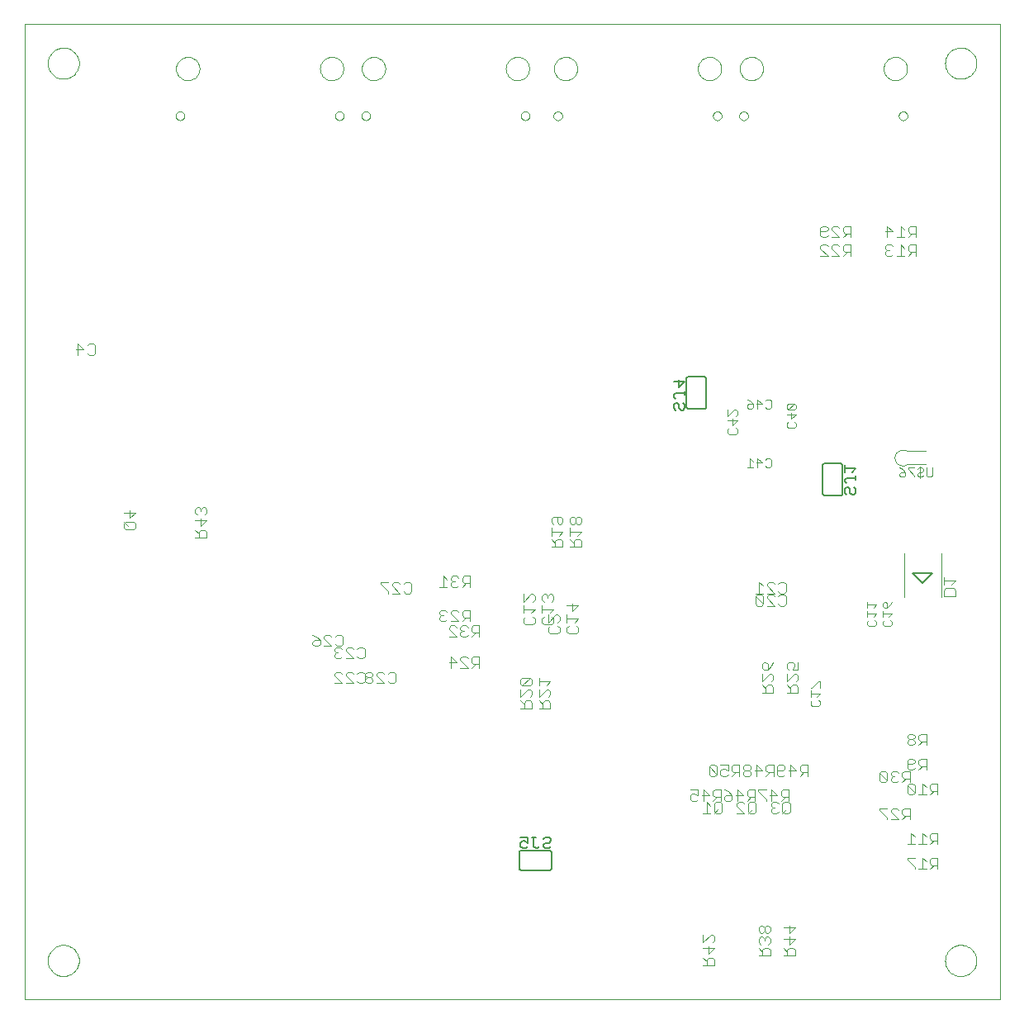
<source format=gbo>
G75*
G70*
%OFA0B0*%
%FSLAX24Y24*%
%IPPOS*%
%LPD*%
%AMOC8*
5,1,8,0,0,1.08239X$1,22.5*
%
%ADD10C,0.0000*%
%ADD11C,0.0030*%
%ADD12C,0.0040*%
%ADD13C,0.0039*%
%ADD14C,0.0060*%
%ADD15C,0.0050*%
%ADD16C,0.0080*%
D10*
X000950Y000139D02*
X000950Y039509D01*
X040320Y039509D01*
X040320Y000139D01*
X000950Y000139D01*
X001894Y001714D02*
X001896Y001764D01*
X001902Y001814D01*
X001912Y001863D01*
X001926Y001911D01*
X001943Y001958D01*
X001964Y002003D01*
X001989Y002047D01*
X002017Y002088D01*
X002049Y002127D01*
X002083Y002164D01*
X002120Y002198D01*
X002160Y002228D01*
X002202Y002255D01*
X002246Y002279D01*
X002292Y002300D01*
X002339Y002316D01*
X002387Y002329D01*
X002437Y002338D01*
X002486Y002343D01*
X002537Y002344D01*
X002587Y002341D01*
X002636Y002334D01*
X002685Y002323D01*
X002733Y002308D01*
X002779Y002290D01*
X002824Y002268D01*
X002867Y002242D01*
X002908Y002213D01*
X002947Y002181D01*
X002983Y002146D01*
X003015Y002108D01*
X003045Y002068D01*
X003072Y002025D01*
X003095Y001981D01*
X003114Y001935D01*
X003130Y001887D01*
X003142Y001838D01*
X003150Y001789D01*
X003154Y001739D01*
X003154Y001689D01*
X003150Y001639D01*
X003142Y001590D01*
X003130Y001541D01*
X003114Y001493D01*
X003095Y001447D01*
X003072Y001403D01*
X003045Y001360D01*
X003015Y001320D01*
X002983Y001282D01*
X002947Y001247D01*
X002908Y001215D01*
X002867Y001186D01*
X002824Y001160D01*
X002779Y001138D01*
X002733Y001120D01*
X002685Y001105D01*
X002636Y001094D01*
X002587Y001087D01*
X002537Y001084D01*
X002486Y001085D01*
X002437Y001090D01*
X002387Y001099D01*
X002339Y001112D01*
X002292Y001128D01*
X002246Y001149D01*
X002202Y001173D01*
X002160Y001200D01*
X002120Y001230D01*
X002083Y001264D01*
X002049Y001301D01*
X002017Y001340D01*
X001989Y001381D01*
X001964Y001425D01*
X001943Y001470D01*
X001926Y001517D01*
X001912Y001565D01*
X001902Y001614D01*
X001896Y001664D01*
X001894Y001714D01*
X007054Y035813D02*
X007056Y035839D01*
X007062Y035865D01*
X007072Y035890D01*
X007085Y035913D01*
X007101Y035933D01*
X007121Y035951D01*
X007143Y035966D01*
X007166Y035978D01*
X007192Y035986D01*
X007218Y035990D01*
X007244Y035990D01*
X007270Y035986D01*
X007296Y035978D01*
X007320Y035966D01*
X007341Y035951D01*
X007361Y035933D01*
X007377Y035913D01*
X007390Y035890D01*
X007400Y035865D01*
X007406Y035839D01*
X007408Y035813D01*
X007406Y035787D01*
X007400Y035761D01*
X007390Y035736D01*
X007377Y035713D01*
X007361Y035693D01*
X007341Y035675D01*
X007319Y035660D01*
X007296Y035648D01*
X007270Y035640D01*
X007244Y035636D01*
X007218Y035636D01*
X007192Y035640D01*
X007166Y035648D01*
X007142Y035660D01*
X007121Y035675D01*
X007101Y035693D01*
X007085Y035713D01*
X007072Y035736D01*
X007062Y035761D01*
X007056Y035787D01*
X007054Y035813D01*
X007074Y037718D02*
X007076Y037761D01*
X007082Y037803D01*
X007092Y037845D01*
X007105Y037886D01*
X007122Y037926D01*
X007143Y037963D01*
X007167Y037999D01*
X007194Y038032D01*
X007224Y038063D01*
X007257Y038091D01*
X007292Y038116D01*
X007329Y038137D01*
X007368Y038155D01*
X007408Y038169D01*
X007450Y038180D01*
X007492Y038187D01*
X007535Y038190D01*
X007578Y038189D01*
X007621Y038184D01*
X007663Y038175D01*
X007704Y038163D01*
X007744Y038147D01*
X007782Y038127D01*
X007818Y038104D01*
X007852Y038077D01*
X007884Y038048D01*
X007912Y038016D01*
X007938Y037981D01*
X007960Y037945D01*
X007979Y037906D01*
X007994Y037866D01*
X008006Y037825D01*
X008014Y037782D01*
X008018Y037739D01*
X008018Y037697D01*
X008014Y037654D01*
X008006Y037611D01*
X007994Y037570D01*
X007979Y037530D01*
X007960Y037491D01*
X007938Y037455D01*
X007912Y037420D01*
X007884Y037388D01*
X007852Y037359D01*
X007818Y037332D01*
X007782Y037309D01*
X007744Y037289D01*
X007704Y037273D01*
X007663Y037261D01*
X007621Y037252D01*
X007578Y037247D01*
X007535Y037246D01*
X007492Y037249D01*
X007450Y037256D01*
X007408Y037267D01*
X007368Y037281D01*
X007329Y037299D01*
X007292Y037320D01*
X007257Y037345D01*
X007224Y037373D01*
X007194Y037404D01*
X007167Y037437D01*
X007143Y037473D01*
X007122Y037510D01*
X007105Y037550D01*
X007092Y037591D01*
X007082Y037633D01*
X007076Y037675D01*
X007074Y037718D01*
X001894Y037935D02*
X001896Y037985D01*
X001902Y038035D01*
X001912Y038084D01*
X001926Y038132D01*
X001943Y038179D01*
X001964Y038224D01*
X001989Y038268D01*
X002017Y038309D01*
X002049Y038348D01*
X002083Y038385D01*
X002120Y038419D01*
X002160Y038449D01*
X002202Y038476D01*
X002246Y038500D01*
X002292Y038521D01*
X002339Y038537D01*
X002387Y038550D01*
X002437Y038559D01*
X002486Y038564D01*
X002537Y038565D01*
X002587Y038562D01*
X002636Y038555D01*
X002685Y038544D01*
X002733Y038529D01*
X002779Y038511D01*
X002824Y038489D01*
X002867Y038463D01*
X002908Y038434D01*
X002947Y038402D01*
X002983Y038367D01*
X003015Y038329D01*
X003045Y038289D01*
X003072Y038246D01*
X003095Y038202D01*
X003114Y038156D01*
X003130Y038108D01*
X003142Y038059D01*
X003150Y038010D01*
X003154Y037960D01*
X003154Y037910D01*
X003150Y037860D01*
X003142Y037811D01*
X003130Y037762D01*
X003114Y037714D01*
X003095Y037668D01*
X003072Y037624D01*
X003045Y037581D01*
X003015Y037541D01*
X002983Y037503D01*
X002947Y037468D01*
X002908Y037436D01*
X002867Y037407D01*
X002824Y037381D01*
X002779Y037359D01*
X002733Y037341D01*
X002685Y037326D01*
X002636Y037315D01*
X002587Y037308D01*
X002537Y037305D01*
X002486Y037306D01*
X002437Y037311D01*
X002387Y037320D01*
X002339Y037333D01*
X002292Y037349D01*
X002246Y037370D01*
X002202Y037394D01*
X002160Y037421D01*
X002120Y037451D01*
X002083Y037485D01*
X002049Y037522D01*
X002017Y037561D01*
X001989Y037602D01*
X001964Y037646D01*
X001943Y037691D01*
X001926Y037738D01*
X001912Y037786D01*
X001902Y037835D01*
X001896Y037885D01*
X001894Y037935D01*
X012881Y037718D02*
X012883Y037761D01*
X012889Y037803D01*
X012899Y037845D01*
X012912Y037886D01*
X012929Y037926D01*
X012950Y037963D01*
X012974Y037999D01*
X013001Y038032D01*
X013031Y038063D01*
X013064Y038091D01*
X013099Y038116D01*
X013136Y038137D01*
X013175Y038155D01*
X013215Y038169D01*
X013257Y038180D01*
X013299Y038187D01*
X013342Y038190D01*
X013385Y038189D01*
X013428Y038184D01*
X013470Y038175D01*
X013511Y038163D01*
X013551Y038147D01*
X013589Y038127D01*
X013625Y038104D01*
X013659Y038077D01*
X013691Y038048D01*
X013719Y038016D01*
X013745Y037981D01*
X013767Y037945D01*
X013786Y037906D01*
X013801Y037866D01*
X013813Y037825D01*
X013821Y037782D01*
X013825Y037739D01*
X013825Y037697D01*
X013821Y037654D01*
X013813Y037611D01*
X013801Y037570D01*
X013786Y037530D01*
X013767Y037491D01*
X013745Y037455D01*
X013719Y037420D01*
X013691Y037388D01*
X013659Y037359D01*
X013625Y037332D01*
X013589Y037309D01*
X013551Y037289D01*
X013511Y037273D01*
X013470Y037261D01*
X013428Y037252D01*
X013385Y037247D01*
X013342Y037246D01*
X013299Y037249D01*
X013257Y037256D01*
X013215Y037267D01*
X013175Y037281D01*
X013136Y037299D01*
X013099Y037320D01*
X013064Y037345D01*
X013031Y037373D01*
X013001Y037404D01*
X012974Y037437D01*
X012950Y037473D01*
X012929Y037510D01*
X012912Y037550D01*
X012899Y037591D01*
X012889Y037633D01*
X012883Y037675D01*
X012881Y037718D01*
X013491Y035813D02*
X013493Y035839D01*
X013499Y035865D01*
X013509Y035890D01*
X013522Y035913D01*
X013538Y035933D01*
X013558Y035951D01*
X013580Y035966D01*
X013603Y035978D01*
X013629Y035986D01*
X013655Y035990D01*
X013681Y035990D01*
X013707Y035986D01*
X013733Y035978D01*
X013757Y035966D01*
X013778Y035951D01*
X013798Y035933D01*
X013814Y035913D01*
X013827Y035890D01*
X013837Y035865D01*
X013843Y035839D01*
X013845Y035813D01*
X013843Y035787D01*
X013837Y035761D01*
X013827Y035736D01*
X013814Y035713D01*
X013798Y035693D01*
X013778Y035675D01*
X013756Y035660D01*
X013733Y035648D01*
X013707Y035640D01*
X013681Y035636D01*
X013655Y035636D01*
X013629Y035640D01*
X013603Y035648D01*
X013579Y035660D01*
X013558Y035675D01*
X013538Y035693D01*
X013522Y035713D01*
X013509Y035736D01*
X013499Y035761D01*
X013493Y035787D01*
X013491Y035813D01*
X014554Y035813D02*
X014556Y035839D01*
X014562Y035865D01*
X014572Y035890D01*
X014585Y035913D01*
X014601Y035933D01*
X014621Y035951D01*
X014643Y035966D01*
X014666Y035978D01*
X014692Y035986D01*
X014718Y035990D01*
X014744Y035990D01*
X014770Y035986D01*
X014796Y035978D01*
X014820Y035966D01*
X014841Y035951D01*
X014861Y035933D01*
X014877Y035913D01*
X014890Y035890D01*
X014900Y035865D01*
X014906Y035839D01*
X014908Y035813D01*
X014906Y035787D01*
X014900Y035761D01*
X014890Y035736D01*
X014877Y035713D01*
X014861Y035693D01*
X014841Y035675D01*
X014819Y035660D01*
X014796Y035648D01*
X014770Y035640D01*
X014744Y035636D01*
X014718Y035636D01*
X014692Y035640D01*
X014666Y035648D01*
X014642Y035660D01*
X014621Y035675D01*
X014601Y035693D01*
X014585Y035713D01*
X014572Y035736D01*
X014562Y035761D01*
X014556Y035787D01*
X014554Y035813D01*
X014574Y037718D02*
X014576Y037761D01*
X014582Y037803D01*
X014592Y037845D01*
X014605Y037886D01*
X014622Y037926D01*
X014643Y037963D01*
X014667Y037999D01*
X014694Y038032D01*
X014724Y038063D01*
X014757Y038091D01*
X014792Y038116D01*
X014829Y038137D01*
X014868Y038155D01*
X014908Y038169D01*
X014950Y038180D01*
X014992Y038187D01*
X015035Y038190D01*
X015078Y038189D01*
X015121Y038184D01*
X015163Y038175D01*
X015204Y038163D01*
X015244Y038147D01*
X015282Y038127D01*
X015318Y038104D01*
X015352Y038077D01*
X015384Y038048D01*
X015412Y038016D01*
X015438Y037981D01*
X015460Y037945D01*
X015479Y037906D01*
X015494Y037866D01*
X015506Y037825D01*
X015514Y037782D01*
X015518Y037739D01*
X015518Y037697D01*
X015514Y037654D01*
X015506Y037611D01*
X015494Y037570D01*
X015479Y037530D01*
X015460Y037491D01*
X015438Y037455D01*
X015412Y037420D01*
X015384Y037388D01*
X015352Y037359D01*
X015318Y037332D01*
X015282Y037309D01*
X015244Y037289D01*
X015204Y037273D01*
X015163Y037261D01*
X015121Y037252D01*
X015078Y037247D01*
X015035Y037246D01*
X014992Y037249D01*
X014950Y037256D01*
X014908Y037267D01*
X014868Y037281D01*
X014829Y037299D01*
X014792Y037320D01*
X014757Y037345D01*
X014724Y037373D01*
X014694Y037404D01*
X014667Y037437D01*
X014643Y037473D01*
X014622Y037510D01*
X014605Y037550D01*
X014592Y037591D01*
X014582Y037633D01*
X014576Y037675D01*
X014574Y037718D01*
X020381Y037718D02*
X020383Y037761D01*
X020389Y037803D01*
X020399Y037845D01*
X020412Y037886D01*
X020429Y037926D01*
X020450Y037963D01*
X020474Y037999D01*
X020501Y038032D01*
X020531Y038063D01*
X020564Y038091D01*
X020599Y038116D01*
X020636Y038137D01*
X020675Y038155D01*
X020715Y038169D01*
X020757Y038180D01*
X020799Y038187D01*
X020842Y038190D01*
X020885Y038189D01*
X020928Y038184D01*
X020970Y038175D01*
X021011Y038163D01*
X021051Y038147D01*
X021089Y038127D01*
X021125Y038104D01*
X021159Y038077D01*
X021191Y038048D01*
X021219Y038016D01*
X021245Y037981D01*
X021267Y037945D01*
X021286Y037906D01*
X021301Y037866D01*
X021313Y037825D01*
X021321Y037782D01*
X021325Y037739D01*
X021325Y037697D01*
X021321Y037654D01*
X021313Y037611D01*
X021301Y037570D01*
X021286Y037530D01*
X021267Y037491D01*
X021245Y037455D01*
X021219Y037420D01*
X021191Y037388D01*
X021159Y037359D01*
X021125Y037332D01*
X021089Y037309D01*
X021051Y037289D01*
X021011Y037273D01*
X020970Y037261D01*
X020928Y037252D01*
X020885Y037247D01*
X020842Y037246D01*
X020799Y037249D01*
X020757Y037256D01*
X020715Y037267D01*
X020675Y037281D01*
X020636Y037299D01*
X020599Y037320D01*
X020564Y037345D01*
X020531Y037373D01*
X020501Y037404D01*
X020474Y037437D01*
X020450Y037473D01*
X020429Y037510D01*
X020412Y037550D01*
X020399Y037591D01*
X020389Y037633D01*
X020383Y037675D01*
X020381Y037718D01*
X020991Y035813D02*
X020993Y035839D01*
X020999Y035865D01*
X021009Y035890D01*
X021022Y035913D01*
X021038Y035933D01*
X021058Y035951D01*
X021080Y035966D01*
X021103Y035978D01*
X021129Y035986D01*
X021155Y035990D01*
X021181Y035990D01*
X021207Y035986D01*
X021233Y035978D01*
X021257Y035966D01*
X021278Y035951D01*
X021298Y035933D01*
X021314Y035913D01*
X021327Y035890D01*
X021337Y035865D01*
X021343Y035839D01*
X021345Y035813D01*
X021343Y035787D01*
X021337Y035761D01*
X021327Y035736D01*
X021314Y035713D01*
X021298Y035693D01*
X021278Y035675D01*
X021256Y035660D01*
X021233Y035648D01*
X021207Y035640D01*
X021181Y035636D01*
X021155Y035636D01*
X021129Y035640D01*
X021103Y035648D01*
X021079Y035660D01*
X021058Y035675D01*
X021038Y035693D01*
X021022Y035713D01*
X021009Y035736D01*
X020999Y035761D01*
X020993Y035787D01*
X020991Y035813D01*
X022304Y035813D02*
X022306Y035839D01*
X022312Y035865D01*
X022322Y035890D01*
X022335Y035913D01*
X022351Y035933D01*
X022371Y035951D01*
X022393Y035966D01*
X022416Y035978D01*
X022442Y035986D01*
X022468Y035990D01*
X022494Y035990D01*
X022520Y035986D01*
X022546Y035978D01*
X022570Y035966D01*
X022591Y035951D01*
X022611Y035933D01*
X022627Y035913D01*
X022640Y035890D01*
X022650Y035865D01*
X022656Y035839D01*
X022658Y035813D01*
X022656Y035787D01*
X022650Y035761D01*
X022640Y035736D01*
X022627Y035713D01*
X022611Y035693D01*
X022591Y035675D01*
X022569Y035660D01*
X022546Y035648D01*
X022520Y035640D01*
X022494Y035636D01*
X022468Y035636D01*
X022442Y035640D01*
X022416Y035648D01*
X022392Y035660D01*
X022371Y035675D01*
X022351Y035693D01*
X022335Y035713D01*
X022322Y035736D01*
X022312Y035761D01*
X022306Y035787D01*
X022304Y035813D01*
X022324Y037718D02*
X022326Y037761D01*
X022332Y037803D01*
X022342Y037845D01*
X022355Y037886D01*
X022372Y037926D01*
X022393Y037963D01*
X022417Y037999D01*
X022444Y038032D01*
X022474Y038063D01*
X022507Y038091D01*
X022542Y038116D01*
X022579Y038137D01*
X022618Y038155D01*
X022658Y038169D01*
X022700Y038180D01*
X022742Y038187D01*
X022785Y038190D01*
X022828Y038189D01*
X022871Y038184D01*
X022913Y038175D01*
X022954Y038163D01*
X022994Y038147D01*
X023032Y038127D01*
X023068Y038104D01*
X023102Y038077D01*
X023134Y038048D01*
X023162Y038016D01*
X023188Y037981D01*
X023210Y037945D01*
X023229Y037906D01*
X023244Y037866D01*
X023256Y037825D01*
X023264Y037782D01*
X023268Y037739D01*
X023268Y037697D01*
X023264Y037654D01*
X023256Y037611D01*
X023244Y037570D01*
X023229Y037530D01*
X023210Y037491D01*
X023188Y037455D01*
X023162Y037420D01*
X023134Y037388D01*
X023102Y037359D01*
X023068Y037332D01*
X023032Y037309D01*
X022994Y037289D01*
X022954Y037273D01*
X022913Y037261D01*
X022871Y037252D01*
X022828Y037247D01*
X022785Y037246D01*
X022742Y037249D01*
X022700Y037256D01*
X022658Y037267D01*
X022618Y037281D01*
X022579Y037299D01*
X022542Y037320D01*
X022507Y037345D01*
X022474Y037373D01*
X022444Y037404D01*
X022417Y037437D01*
X022393Y037473D01*
X022372Y037510D01*
X022355Y037550D01*
X022342Y037591D01*
X022332Y037633D01*
X022326Y037675D01*
X022324Y037718D01*
X028131Y037718D02*
X028133Y037761D01*
X028139Y037803D01*
X028149Y037845D01*
X028162Y037886D01*
X028179Y037926D01*
X028200Y037963D01*
X028224Y037999D01*
X028251Y038032D01*
X028281Y038063D01*
X028314Y038091D01*
X028349Y038116D01*
X028386Y038137D01*
X028425Y038155D01*
X028465Y038169D01*
X028507Y038180D01*
X028549Y038187D01*
X028592Y038190D01*
X028635Y038189D01*
X028678Y038184D01*
X028720Y038175D01*
X028761Y038163D01*
X028801Y038147D01*
X028839Y038127D01*
X028875Y038104D01*
X028909Y038077D01*
X028941Y038048D01*
X028969Y038016D01*
X028995Y037981D01*
X029017Y037945D01*
X029036Y037906D01*
X029051Y037866D01*
X029063Y037825D01*
X029071Y037782D01*
X029075Y037739D01*
X029075Y037697D01*
X029071Y037654D01*
X029063Y037611D01*
X029051Y037570D01*
X029036Y037530D01*
X029017Y037491D01*
X028995Y037455D01*
X028969Y037420D01*
X028941Y037388D01*
X028909Y037359D01*
X028875Y037332D01*
X028839Y037309D01*
X028801Y037289D01*
X028761Y037273D01*
X028720Y037261D01*
X028678Y037252D01*
X028635Y037247D01*
X028592Y037246D01*
X028549Y037249D01*
X028507Y037256D01*
X028465Y037267D01*
X028425Y037281D01*
X028386Y037299D01*
X028349Y037320D01*
X028314Y037345D01*
X028281Y037373D01*
X028251Y037404D01*
X028224Y037437D01*
X028200Y037473D01*
X028179Y037510D01*
X028162Y037550D01*
X028149Y037591D01*
X028139Y037633D01*
X028133Y037675D01*
X028131Y037718D01*
X028741Y035813D02*
X028743Y035839D01*
X028749Y035865D01*
X028759Y035890D01*
X028772Y035913D01*
X028788Y035933D01*
X028808Y035951D01*
X028830Y035966D01*
X028853Y035978D01*
X028879Y035986D01*
X028905Y035990D01*
X028931Y035990D01*
X028957Y035986D01*
X028983Y035978D01*
X029007Y035966D01*
X029028Y035951D01*
X029048Y035933D01*
X029064Y035913D01*
X029077Y035890D01*
X029087Y035865D01*
X029093Y035839D01*
X029095Y035813D01*
X029093Y035787D01*
X029087Y035761D01*
X029077Y035736D01*
X029064Y035713D01*
X029048Y035693D01*
X029028Y035675D01*
X029006Y035660D01*
X028983Y035648D01*
X028957Y035640D01*
X028931Y035636D01*
X028905Y035636D01*
X028879Y035640D01*
X028853Y035648D01*
X028829Y035660D01*
X028808Y035675D01*
X028788Y035693D01*
X028772Y035713D01*
X028759Y035736D01*
X028749Y035761D01*
X028743Y035787D01*
X028741Y035813D01*
X029804Y035813D02*
X029806Y035839D01*
X029812Y035865D01*
X029822Y035890D01*
X029835Y035913D01*
X029851Y035933D01*
X029871Y035951D01*
X029893Y035966D01*
X029916Y035978D01*
X029942Y035986D01*
X029968Y035990D01*
X029994Y035990D01*
X030020Y035986D01*
X030046Y035978D01*
X030070Y035966D01*
X030091Y035951D01*
X030111Y035933D01*
X030127Y035913D01*
X030140Y035890D01*
X030150Y035865D01*
X030156Y035839D01*
X030158Y035813D01*
X030156Y035787D01*
X030150Y035761D01*
X030140Y035736D01*
X030127Y035713D01*
X030111Y035693D01*
X030091Y035675D01*
X030069Y035660D01*
X030046Y035648D01*
X030020Y035640D01*
X029994Y035636D01*
X029968Y035636D01*
X029942Y035640D01*
X029916Y035648D01*
X029892Y035660D01*
X029871Y035675D01*
X029851Y035693D01*
X029835Y035713D01*
X029822Y035736D01*
X029812Y035761D01*
X029806Y035787D01*
X029804Y035813D01*
X029824Y037718D02*
X029826Y037761D01*
X029832Y037803D01*
X029842Y037845D01*
X029855Y037886D01*
X029872Y037926D01*
X029893Y037963D01*
X029917Y037999D01*
X029944Y038032D01*
X029974Y038063D01*
X030007Y038091D01*
X030042Y038116D01*
X030079Y038137D01*
X030118Y038155D01*
X030158Y038169D01*
X030200Y038180D01*
X030242Y038187D01*
X030285Y038190D01*
X030328Y038189D01*
X030371Y038184D01*
X030413Y038175D01*
X030454Y038163D01*
X030494Y038147D01*
X030532Y038127D01*
X030568Y038104D01*
X030602Y038077D01*
X030634Y038048D01*
X030662Y038016D01*
X030688Y037981D01*
X030710Y037945D01*
X030729Y037906D01*
X030744Y037866D01*
X030756Y037825D01*
X030764Y037782D01*
X030768Y037739D01*
X030768Y037697D01*
X030764Y037654D01*
X030756Y037611D01*
X030744Y037570D01*
X030729Y037530D01*
X030710Y037491D01*
X030688Y037455D01*
X030662Y037420D01*
X030634Y037388D01*
X030602Y037359D01*
X030568Y037332D01*
X030532Y037309D01*
X030494Y037289D01*
X030454Y037273D01*
X030413Y037261D01*
X030371Y037252D01*
X030328Y037247D01*
X030285Y037246D01*
X030242Y037249D01*
X030200Y037256D01*
X030158Y037267D01*
X030118Y037281D01*
X030079Y037299D01*
X030042Y037320D01*
X030007Y037345D01*
X029974Y037373D01*
X029944Y037404D01*
X029917Y037437D01*
X029893Y037473D01*
X029872Y037510D01*
X029855Y037550D01*
X029842Y037591D01*
X029832Y037633D01*
X029826Y037675D01*
X029824Y037718D01*
X035631Y037718D02*
X035633Y037761D01*
X035639Y037803D01*
X035649Y037845D01*
X035662Y037886D01*
X035679Y037926D01*
X035700Y037963D01*
X035724Y037999D01*
X035751Y038032D01*
X035781Y038063D01*
X035814Y038091D01*
X035849Y038116D01*
X035886Y038137D01*
X035925Y038155D01*
X035965Y038169D01*
X036007Y038180D01*
X036049Y038187D01*
X036092Y038190D01*
X036135Y038189D01*
X036178Y038184D01*
X036220Y038175D01*
X036261Y038163D01*
X036301Y038147D01*
X036339Y038127D01*
X036375Y038104D01*
X036409Y038077D01*
X036441Y038048D01*
X036469Y038016D01*
X036495Y037981D01*
X036517Y037945D01*
X036536Y037906D01*
X036551Y037866D01*
X036563Y037825D01*
X036571Y037782D01*
X036575Y037739D01*
X036575Y037697D01*
X036571Y037654D01*
X036563Y037611D01*
X036551Y037570D01*
X036536Y037530D01*
X036517Y037491D01*
X036495Y037455D01*
X036469Y037420D01*
X036441Y037388D01*
X036409Y037359D01*
X036375Y037332D01*
X036339Y037309D01*
X036301Y037289D01*
X036261Y037273D01*
X036220Y037261D01*
X036178Y037252D01*
X036135Y037247D01*
X036092Y037246D01*
X036049Y037249D01*
X036007Y037256D01*
X035965Y037267D01*
X035925Y037281D01*
X035886Y037299D01*
X035849Y037320D01*
X035814Y037345D01*
X035781Y037373D01*
X035751Y037404D01*
X035724Y037437D01*
X035700Y037473D01*
X035679Y037510D01*
X035662Y037550D01*
X035649Y037591D01*
X035639Y037633D01*
X035633Y037675D01*
X035631Y037718D01*
X036241Y035813D02*
X036243Y035839D01*
X036249Y035865D01*
X036259Y035890D01*
X036272Y035913D01*
X036288Y035933D01*
X036308Y035951D01*
X036330Y035966D01*
X036353Y035978D01*
X036379Y035986D01*
X036405Y035990D01*
X036431Y035990D01*
X036457Y035986D01*
X036483Y035978D01*
X036507Y035966D01*
X036528Y035951D01*
X036548Y035933D01*
X036564Y035913D01*
X036577Y035890D01*
X036587Y035865D01*
X036593Y035839D01*
X036595Y035813D01*
X036593Y035787D01*
X036587Y035761D01*
X036577Y035736D01*
X036564Y035713D01*
X036548Y035693D01*
X036528Y035675D01*
X036506Y035660D01*
X036483Y035648D01*
X036457Y035640D01*
X036431Y035636D01*
X036405Y035636D01*
X036379Y035640D01*
X036353Y035648D01*
X036329Y035660D01*
X036308Y035675D01*
X036288Y035693D01*
X036272Y035713D01*
X036259Y035736D01*
X036249Y035761D01*
X036243Y035787D01*
X036241Y035813D01*
X038115Y037935D02*
X038117Y037985D01*
X038123Y038035D01*
X038133Y038084D01*
X038147Y038132D01*
X038164Y038179D01*
X038185Y038224D01*
X038210Y038268D01*
X038238Y038309D01*
X038270Y038348D01*
X038304Y038385D01*
X038341Y038419D01*
X038381Y038449D01*
X038423Y038476D01*
X038467Y038500D01*
X038513Y038521D01*
X038560Y038537D01*
X038608Y038550D01*
X038658Y038559D01*
X038707Y038564D01*
X038758Y038565D01*
X038808Y038562D01*
X038857Y038555D01*
X038906Y038544D01*
X038954Y038529D01*
X039000Y038511D01*
X039045Y038489D01*
X039088Y038463D01*
X039129Y038434D01*
X039168Y038402D01*
X039204Y038367D01*
X039236Y038329D01*
X039266Y038289D01*
X039293Y038246D01*
X039316Y038202D01*
X039335Y038156D01*
X039351Y038108D01*
X039363Y038059D01*
X039371Y038010D01*
X039375Y037960D01*
X039375Y037910D01*
X039371Y037860D01*
X039363Y037811D01*
X039351Y037762D01*
X039335Y037714D01*
X039316Y037668D01*
X039293Y037624D01*
X039266Y037581D01*
X039236Y037541D01*
X039204Y037503D01*
X039168Y037468D01*
X039129Y037436D01*
X039088Y037407D01*
X039045Y037381D01*
X039000Y037359D01*
X038954Y037341D01*
X038906Y037326D01*
X038857Y037315D01*
X038808Y037308D01*
X038758Y037305D01*
X038707Y037306D01*
X038658Y037311D01*
X038608Y037320D01*
X038560Y037333D01*
X038513Y037349D01*
X038467Y037370D01*
X038423Y037394D01*
X038381Y037421D01*
X038341Y037451D01*
X038304Y037485D01*
X038270Y037522D01*
X038238Y037561D01*
X038210Y037602D01*
X038185Y037646D01*
X038164Y037691D01*
X038147Y037738D01*
X038133Y037786D01*
X038123Y037835D01*
X038117Y037885D01*
X038115Y037935D01*
X038115Y001714D02*
X038117Y001764D01*
X038123Y001814D01*
X038133Y001863D01*
X038147Y001911D01*
X038164Y001958D01*
X038185Y002003D01*
X038210Y002047D01*
X038238Y002088D01*
X038270Y002127D01*
X038304Y002164D01*
X038341Y002198D01*
X038381Y002228D01*
X038423Y002255D01*
X038467Y002279D01*
X038513Y002300D01*
X038560Y002316D01*
X038608Y002329D01*
X038658Y002338D01*
X038707Y002343D01*
X038758Y002344D01*
X038808Y002341D01*
X038857Y002334D01*
X038906Y002323D01*
X038954Y002308D01*
X039000Y002290D01*
X039045Y002268D01*
X039088Y002242D01*
X039129Y002213D01*
X039168Y002181D01*
X039204Y002146D01*
X039236Y002108D01*
X039266Y002068D01*
X039293Y002025D01*
X039316Y001981D01*
X039335Y001935D01*
X039351Y001887D01*
X039363Y001838D01*
X039371Y001789D01*
X039375Y001739D01*
X039375Y001689D01*
X039371Y001639D01*
X039363Y001590D01*
X039351Y001541D01*
X039335Y001493D01*
X039316Y001447D01*
X039293Y001403D01*
X039266Y001360D01*
X039236Y001320D01*
X039204Y001282D01*
X039168Y001247D01*
X039129Y001215D01*
X039088Y001186D01*
X039045Y001160D01*
X039000Y001138D01*
X038954Y001120D01*
X038906Y001105D01*
X038857Y001094D01*
X038808Y001087D01*
X038758Y001084D01*
X038707Y001085D01*
X038658Y001090D01*
X038608Y001099D01*
X038560Y001112D01*
X038513Y001128D01*
X038467Y001149D01*
X038423Y001173D01*
X038381Y001200D01*
X038341Y001230D01*
X038304Y001264D01*
X038270Y001301D01*
X038238Y001340D01*
X038210Y001381D01*
X038185Y001425D01*
X038164Y001470D01*
X038147Y001517D01*
X038133Y001565D01*
X038123Y001614D01*
X038117Y001664D01*
X038115Y001714D01*
D11*
X032992Y011989D02*
X032745Y011989D01*
X032684Y012051D01*
X032684Y012175D01*
X032745Y012236D01*
X032684Y012358D02*
X032684Y012605D01*
X032684Y012726D02*
X032745Y012726D01*
X032992Y012973D01*
X033054Y012973D01*
X033054Y012726D01*
X033054Y012481D02*
X032684Y012481D01*
X032931Y012358D02*
X033054Y012481D01*
X032992Y012236D02*
X033054Y012175D01*
X033054Y012051D01*
X032992Y011989D01*
X035032Y015214D02*
X034971Y015276D01*
X034971Y015400D01*
X035032Y015461D01*
X034971Y015583D02*
X034971Y015830D01*
X034971Y015951D02*
X034971Y016198D01*
X034971Y016074D02*
X035341Y016074D01*
X035217Y015951D01*
X035341Y015706D02*
X034971Y015706D01*
X035217Y015583D02*
X035341Y015706D01*
X035279Y015461D02*
X035341Y015400D01*
X035341Y015276D01*
X035279Y015214D01*
X035032Y015214D01*
X035596Y015276D02*
X035596Y015400D01*
X035657Y015461D01*
X035596Y015583D02*
X035596Y015830D01*
X035596Y015706D02*
X035966Y015706D01*
X035842Y015583D01*
X035904Y015461D02*
X035966Y015400D01*
X035966Y015276D01*
X035904Y015214D01*
X035657Y015214D01*
X035596Y015276D01*
X035657Y015951D02*
X035596Y016013D01*
X035596Y016136D01*
X035657Y016198D01*
X035719Y016198D01*
X035781Y016136D01*
X035781Y015951D01*
X035657Y015951D01*
X035781Y015951D02*
X035904Y016074D01*
X035966Y016198D01*
X036328Y021242D02*
X036267Y021303D01*
X036267Y021363D01*
X036328Y021424D01*
X036510Y021424D01*
X036510Y021303D01*
X036449Y021242D01*
X036328Y021242D01*
X036510Y021424D02*
X036388Y021545D01*
X036267Y021606D01*
X036630Y021606D02*
X036630Y021545D01*
X036872Y021303D01*
X036872Y021242D01*
X036992Y021303D02*
X036992Y021363D01*
X037053Y021424D01*
X037174Y021424D01*
X037235Y021485D01*
X037235Y021545D01*
X037174Y021606D01*
X037053Y021606D01*
X036992Y021545D01*
X036872Y021606D02*
X036630Y021606D01*
X036992Y021303D02*
X037053Y021242D01*
X037174Y021242D01*
X037235Y021303D01*
X037355Y021303D02*
X037355Y021606D01*
X037597Y021606D02*
X037597Y021303D01*
X037537Y021242D01*
X037415Y021242D01*
X037355Y021303D01*
X037113Y021181D02*
X037113Y021667D01*
X032091Y023276D02*
X032029Y023214D01*
X031782Y023214D01*
X031721Y023276D01*
X031721Y023400D01*
X031782Y023461D01*
X031906Y023583D02*
X031906Y023830D01*
X032029Y023951D02*
X032091Y024013D01*
X032091Y024136D01*
X032029Y024198D01*
X031782Y023951D01*
X031721Y024013D01*
X031721Y024136D01*
X031782Y024198D01*
X032029Y024198D01*
X032029Y023951D02*
X031782Y023951D01*
X031721Y023768D02*
X032091Y023768D01*
X031906Y023583D01*
X032029Y023461D02*
X032091Y023400D01*
X032091Y023276D01*
X031100Y024060D02*
X031038Y023998D01*
X030914Y023998D01*
X030853Y024060D01*
X030731Y024184D02*
X030484Y024184D01*
X030363Y024184D02*
X030178Y024184D01*
X030116Y024122D01*
X030116Y024060D01*
X030178Y023998D01*
X030301Y023998D01*
X030363Y024060D01*
X030363Y024184D01*
X030240Y024307D01*
X030116Y024369D01*
X030546Y024369D02*
X030546Y023998D01*
X030731Y024184D02*
X030546Y024369D01*
X030853Y024307D02*
X030914Y024369D01*
X031038Y024369D01*
X031100Y024307D01*
X031100Y024060D01*
X029716Y023886D02*
X029716Y023763D01*
X029654Y023701D01*
X029531Y023580D02*
X029531Y023333D01*
X029716Y023518D01*
X029346Y023518D01*
X029346Y023701D02*
X029592Y023948D01*
X029654Y023948D01*
X029716Y023886D01*
X029346Y023948D02*
X029346Y023701D01*
X029407Y023211D02*
X029346Y023150D01*
X029346Y023026D01*
X029407Y022964D01*
X029654Y022964D01*
X029716Y023026D01*
X029716Y023150D01*
X029654Y023211D01*
X030240Y021994D02*
X030240Y021623D01*
X030363Y021623D02*
X030116Y021623D01*
X030363Y021870D02*
X030240Y021994D01*
X030546Y021994D02*
X030731Y021809D01*
X030484Y021809D01*
X030546Y021994D02*
X030546Y021623D01*
X030853Y021685D02*
X030914Y021623D01*
X031038Y021623D01*
X031100Y021685D01*
X031100Y021932D01*
X031038Y021994D01*
X030914Y021994D01*
X030853Y021932D01*
D12*
X030995Y016995D02*
X031149Y016995D01*
X031225Y016918D01*
X031379Y016918D02*
X031456Y016995D01*
X031609Y016995D01*
X031686Y016918D01*
X031686Y016611D01*
X031609Y016534D01*
X031456Y016534D01*
X031379Y016611D01*
X031456Y016495D02*
X031609Y016495D01*
X031686Y016418D01*
X031686Y016111D01*
X031609Y016034D01*
X031456Y016034D01*
X031379Y016111D01*
X031225Y016034D02*
X030919Y016341D01*
X030919Y016418D01*
X030995Y016495D01*
X031149Y016495D01*
X031225Y016418D01*
X031225Y016534D02*
X030919Y016841D01*
X030919Y016918D01*
X030995Y016995D01*
X030765Y016841D02*
X030612Y016995D01*
X030612Y016534D01*
X030688Y016495D02*
X030535Y016495D01*
X030458Y016418D01*
X030765Y016111D01*
X030688Y016034D01*
X030535Y016034D01*
X030458Y016111D01*
X030458Y016418D01*
X030458Y016534D02*
X030765Y016534D01*
X030688Y016495D02*
X030765Y016418D01*
X030765Y016111D01*
X030919Y016034D02*
X031225Y016034D01*
X031379Y016418D02*
X031456Y016495D01*
X031225Y016534D02*
X030919Y016534D01*
X030873Y013762D02*
X030950Y013685D01*
X030950Y013455D01*
X030796Y013455D01*
X030720Y013532D01*
X030720Y013685D01*
X030796Y013762D01*
X030873Y013762D01*
X031103Y013609D02*
X030950Y013455D01*
X031027Y013302D02*
X031103Y013302D01*
X031180Y013225D01*
X031180Y013071D01*
X031103Y012995D01*
X031103Y012841D02*
X030950Y012841D01*
X030873Y012765D01*
X030873Y012534D01*
X030720Y012534D02*
X031180Y012534D01*
X031180Y012765D01*
X031103Y012841D01*
X030873Y012688D02*
X030720Y012841D01*
X030720Y012995D02*
X031027Y013302D01*
X030720Y013302D02*
X030720Y012995D01*
X031103Y013609D02*
X031180Y013762D01*
X031720Y013685D02*
X031720Y013532D01*
X031796Y013455D01*
X031950Y013455D02*
X032027Y013609D01*
X032027Y013685D01*
X031950Y013762D01*
X031796Y013762D01*
X031720Y013685D01*
X031950Y013455D02*
X032180Y013455D01*
X032180Y013762D01*
X032103Y013302D02*
X032180Y013225D01*
X032180Y013071D01*
X032103Y012995D01*
X032103Y012841D02*
X031950Y012841D01*
X031873Y012765D01*
X031873Y012534D01*
X031720Y012534D02*
X032180Y012534D01*
X032180Y012765D01*
X032103Y012841D01*
X031873Y012688D02*
X031720Y012841D01*
X031720Y012995D02*
X032027Y013302D01*
X032103Y013302D01*
X031720Y013302D02*
X031720Y012995D01*
X031870Y009620D02*
X032100Y009390D01*
X031794Y009390D01*
X031640Y009466D02*
X031563Y009390D01*
X031333Y009390D01*
X031333Y009543D02*
X031333Y009236D01*
X031410Y009159D01*
X031563Y009159D01*
X031640Y009236D01*
X031640Y009466D02*
X031640Y009543D01*
X031563Y009620D01*
X031410Y009620D01*
X031333Y009543D01*
X031186Y009620D02*
X030956Y009620D01*
X030879Y009543D01*
X030879Y009390D01*
X030956Y009313D01*
X031186Y009313D01*
X031032Y009313D02*
X030879Y009159D01*
X030725Y009390D02*
X030419Y009390D01*
X030265Y009466D02*
X030265Y009543D01*
X030188Y009620D01*
X030035Y009620D01*
X029958Y009543D01*
X029958Y009466D01*
X030035Y009390D01*
X030188Y009390D01*
X030265Y009466D01*
X030188Y009390D02*
X030265Y009313D01*
X030265Y009236D01*
X030188Y009159D01*
X030035Y009159D01*
X029958Y009236D01*
X029958Y009313D01*
X030035Y009390D01*
X029811Y009313D02*
X029581Y009313D01*
X029504Y009390D01*
X029504Y009543D01*
X029581Y009620D01*
X029811Y009620D01*
X029811Y009159D01*
X029657Y009313D02*
X029504Y009159D01*
X029350Y009236D02*
X029274Y009159D01*
X029120Y009159D01*
X029044Y009236D01*
X029044Y009390D01*
X029120Y009466D01*
X029197Y009466D01*
X029350Y009390D01*
X029350Y009620D01*
X029044Y009620D01*
X028890Y009543D02*
X028890Y009236D01*
X028583Y009543D01*
X028583Y009236D01*
X028660Y009159D01*
X028813Y009159D01*
X028890Y009236D01*
X028890Y009543D02*
X028813Y009620D01*
X028660Y009620D01*
X028583Y009543D01*
X028364Y008620D02*
X028594Y008390D01*
X028287Y008390D01*
X028134Y008390D02*
X027980Y008466D01*
X027904Y008466D01*
X027827Y008390D01*
X027827Y008236D01*
X027904Y008159D01*
X028057Y008159D01*
X028134Y008236D01*
X028134Y008390D02*
X028134Y008620D01*
X027827Y008620D01*
X028364Y008620D02*
X028364Y008159D01*
X028487Y008120D02*
X028487Y007659D01*
X028640Y007659D02*
X028333Y007659D01*
X028640Y007966D02*
X028487Y008120D01*
X028748Y008159D02*
X028901Y008313D01*
X028824Y008313D02*
X029055Y008313D01*
X029202Y008313D02*
X029279Y008390D01*
X029509Y008390D01*
X029509Y008236D01*
X029432Y008159D01*
X029279Y008159D01*
X029202Y008236D01*
X029202Y008313D01*
X029055Y008159D02*
X029055Y008620D01*
X028824Y008620D01*
X028748Y008543D01*
X028748Y008390D01*
X028824Y008313D01*
X028870Y008120D02*
X028794Y008043D01*
X028794Y007736D01*
X028870Y007659D01*
X029024Y007659D01*
X029100Y007736D01*
X029100Y008043D01*
X029024Y008120D01*
X028870Y008120D01*
X028947Y007813D02*
X028794Y007659D01*
X029708Y007659D02*
X030015Y007659D01*
X029708Y007966D01*
X029708Y008043D01*
X029785Y008120D01*
X029938Y008120D01*
X030015Y008043D01*
X030169Y008043D02*
X030169Y007736D01*
X030245Y007659D01*
X030399Y007659D01*
X030475Y007736D01*
X030475Y008043D01*
X030399Y008120D01*
X030245Y008120D01*
X030169Y008043D01*
X030123Y008159D02*
X030276Y008313D01*
X030199Y008313D02*
X030430Y008313D01*
X030430Y008159D02*
X030430Y008620D01*
X030199Y008620D01*
X030123Y008543D01*
X030123Y008390D01*
X030199Y008313D01*
X029969Y008390D02*
X029662Y008390D01*
X029509Y008390D02*
X029355Y008543D01*
X029202Y008620D01*
X029739Y008620D02*
X029739Y008159D01*
X029969Y008390D02*
X029739Y008620D01*
X030577Y008620D02*
X030577Y008543D01*
X030884Y008236D01*
X030884Y008159D01*
X031114Y008159D02*
X031114Y008620D01*
X031344Y008390D01*
X031037Y008390D01*
X030884Y008620D02*
X030577Y008620D01*
X030495Y009159D02*
X030495Y009620D01*
X030725Y009390D01*
X031186Y009159D02*
X031186Y009620D01*
X031870Y009620D02*
X031870Y009159D01*
X032254Y009159D02*
X032407Y009313D01*
X032331Y009313D02*
X032561Y009313D01*
X032561Y009159D02*
X032561Y009620D01*
X032331Y009620D01*
X032254Y009543D01*
X032254Y009390D01*
X032331Y009313D01*
X031805Y008620D02*
X031574Y008620D01*
X031498Y008543D01*
X031498Y008390D01*
X031574Y008313D01*
X031805Y008313D01*
X031805Y008159D02*
X031805Y008620D01*
X031651Y008313D02*
X031498Y008159D01*
X031544Y008043D02*
X031544Y007736D01*
X031620Y007659D01*
X031774Y007659D01*
X031850Y007736D01*
X031850Y008043D01*
X031774Y008120D01*
X031620Y008120D01*
X031544Y008043D01*
X031390Y008043D02*
X031313Y008120D01*
X031160Y008120D01*
X031083Y008043D01*
X031083Y007966D01*
X031160Y007890D01*
X031083Y007813D01*
X031083Y007736D01*
X031160Y007659D01*
X031313Y007659D01*
X031390Y007736D01*
X031544Y007659D02*
X031697Y007813D01*
X031237Y007890D02*
X031160Y007890D01*
X030322Y007813D02*
X030169Y007659D01*
X030671Y003137D02*
X030595Y003060D01*
X030595Y002907D01*
X030671Y002830D01*
X030748Y002830D01*
X030825Y002907D01*
X030825Y003060D01*
X030748Y003137D01*
X030671Y003137D01*
X030825Y003060D02*
X030902Y003137D01*
X030978Y003137D01*
X031055Y003060D01*
X031055Y002907D01*
X030978Y002830D01*
X030902Y002830D01*
X030825Y002907D01*
X030902Y002677D02*
X030825Y002600D01*
X030748Y002677D01*
X030671Y002677D01*
X030595Y002600D01*
X030595Y002446D01*
X030671Y002370D01*
X030595Y002216D02*
X030748Y002063D01*
X030748Y002140D02*
X030748Y001909D01*
X030595Y001909D02*
X031055Y001909D01*
X031055Y002140D01*
X030978Y002216D01*
X030825Y002216D01*
X030748Y002140D01*
X030978Y002370D02*
X031055Y002446D01*
X031055Y002600D01*
X030978Y002677D01*
X030902Y002677D01*
X030825Y002600D02*
X030825Y002523D01*
X031595Y002600D02*
X032055Y002600D01*
X031825Y002370D01*
X031825Y002677D01*
X031825Y002830D02*
X031825Y003137D01*
X032055Y003060D02*
X031825Y002830D01*
X031595Y003060D02*
X032055Y003060D01*
X031978Y002216D02*
X031825Y002216D01*
X031748Y002140D01*
X031748Y001909D01*
X031595Y001909D02*
X032055Y001909D01*
X032055Y002140D01*
X031978Y002216D01*
X031748Y002063D02*
X031595Y002216D01*
X028805Y002219D02*
X028575Y001989D01*
X028575Y002296D01*
X028728Y002449D02*
X028805Y002526D01*
X028805Y002679D01*
X028728Y002756D01*
X028652Y002756D01*
X028345Y002449D01*
X028345Y002756D01*
X028345Y002219D02*
X028805Y002219D01*
X028728Y001835D02*
X028575Y001835D01*
X028498Y001758D01*
X028498Y001528D01*
X028345Y001528D02*
X028805Y001528D01*
X028805Y001758D01*
X028728Y001835D01*
X028498Y001682D02*
X028345Y001835D01*
X035458Y007793D02*
X035765Y007486D01*
X035765Y007409D01*
X035919Y007409D02*
X036225Y007409D01*
X035919Y007716D01*
X035919Y007793D01*
X035995Y007870D01*
X036149Y007870D01*
X036225Y007793D01*
X036379Y007793D02*
X036379Y007640D01*
X036456Y007563D01*
X036686Y007563D01*
X036532Y007563D02*
X036379Y007409D01*
X036686Y007409D02*
X036686Y007870D01*
X036456Y007870D01*
X036379Y007793D01*
X035765Y007870D02*
X035458Y007870D01*
X035458Y007793D01*
X035535Y008909D02*
X035688Y008909D01*
X035765Y008986D01*
X035458Y009293D01*
X035458Y008986D01*
X035535Y008909D01*
X035765Y008986D02*
X035765Y009293D01*
X035688Y009370D01*
X035535Y009370D01*
X035458Y009293D01*
X035919Y009293D02*
X035919Y009216D01*
X035995Y009140D01*
X035919Y009063D01*
X035919Y008986D01*
X035995Y008909D01*
X036149Y008909D01*
X036225Y008986D01*
X036379Y008909D02*
X036532Y009063D01*
X036456Y009063D02*
X036686Y009063D01*
X036686Y008909D02*
X036686Y009370D01*
X036456Y009370D01*
X036379Y009293D01*
X036379Y009140D01*
X036456Y009063D01*
X036660Y008870D02*
X036583Y008793D01*
X036890Y008486D01*
X036813Y008409D01*
X036660Y008409D01*
X036583Y008486D01*
X036583Y008793D01*
X036660Y008870D02*
X036813Y008870D01*
X036890Y008793D01*
X036890Y008486D01*
X037044Y008409D02*
X037350Y008409D01*
X037197Y008409D02*
X037197Y008870D01*
X037350Y008716D01*
X037504Y008640D02*
X037581Y008563D01*
X037811Y008563D01*
X037657Y008563D02*
X037504Y008409D01*
X037504Y008640D02*
X037504Y008793D01*
X037581Y008870D01*
X037811Y008870D01*
X037811Y008409D01*
X037350Y009409D02*
X037350Y009870D01*
X037120Y009870D01*
X037044Y009793D01*
X037044Y009640D01*
X037120Y009563D01*
X037350Y009563D01*
X037197Y009563D02*
X037044Y009409D01*
X036890Y009486D02*
X036813Y009409D01*
X036660Y009409D01*
X036583Y009486D01*
X036583Y009793D01*
X036660Y009870D01*
X036813Y009870D01*
X036890Y009793D01*
X036890Y009716D01*
X036813Y009640D01*
X036583Y009640D01*
X036225Y009293D02*
X036149Y009370D01*
X035995Y009370D01*
X035919Y009293D01*
X035995Y009140D02*
X036072Y009140D01*
X036660Y010409D02*
X036813Y010409D01*
X036890Y010486D01*
X036890Y010563D01*
X036813Y010640D01*
X036660Y010640D01*
X036583Y010563D01*
X036583Y010486D01*
X036660Y010409D01*
X036660Y010640D02*
X036583Y010716D01*
X036583Y010793D01*
X036660Y010870D01*
X036813Y010870D01*
X036890Y010793D01*
X036890Y010716D01*
X036813Y010640D01*
X037044Y010640D02*
X037044Y010793D01*
X037120Y010870D01*
X037350Y010870D01*
X037350Y010409D01*
X037350Y010563D02*
X037120Y010563D01*
X037044Y010640D01*
X037197Y010563D02*
X037044Y010409D01*
X037197Y006870D02*
X037197Y006409D01*
X037350Y006409D02*
X037044Y006409D01*
X036890Y006409D02*
X036583Y006409D01*
X036737Y006409D02*
X036737Y006870D01*
X036890Y006716D01*
X037197Y006870D02*
X037350Y006716D01*
X037504Y006640D02*
X037581Y006563D01*
X037811Y006563D01*
X037657Y006563D02*
X037504Y006409D01*
X037504Y006640D02*
X037504Y006793D01*
X037581Y006870D01*
X037811Y006870D01*
X037811Y006409D01*
X037811Y005870D02*
X037581Y005870D01*
X037504Y005793D01*
X037504Y005640D01*
X037581Y005563D01*
X037811Y005563D01*
X037657Y005563D02*
X037504Y005409D01*
X037350Y005409D02*
X037044Y005409D01*
X037197Y005409D02*
X037197Y005870D01*
X037350Y005716D01*
X036890Y005870D02*
X036583Y005870D01*
X036583Y005793D01*
X036890Y005486D01*
X036890Y005409D01*
X037811Y005409D02*
X037811Y005870D01*
X037950Y016374D02*
X037950Y018154D01*
X038070Y017202D02*
X038070Y016895D01*
X038070Y017048D02*
X038530Y017048D01*
X038377Y016895D01*
X038453Y016741D02*
X038530Y016665D01*
X038530Y016434D01*
X038070Y016434D01*
X038070Y016665D01*
X038146Y016741D01*
X038453Y016741D01*
X036450Y016374D02*
X036450Y018154D01*
X036469Y030159D02*
X036162Y030159D01*
X036316Y030159D02*
X036316Y030620D01*
X036469Y030466D01*
X036623Y030390D02*
X036699Y030313D01*
X036930Y030313D01*
X036930Y030159D02*
X036930Y030620D01*
X036699Y030620D01*
X036623Y030543D01*
X036623Y030390D01*
X036776Y030313D02*
X036623Y030159D01*
X036623Y030909D02*
X036776Y031063D01*
X036699Y031063D02*
X036930Y031063D01*
X036930Y030909D02*
X036930Y031370D01*
X036699Y031370D01*
X036623Y031293D01*
X036623Y031140D01*
X036699Y031063D01*
X036469Y031216D02*
X036316Y031370D01*
X036316Y030909D01*
X036469Y030909D02*
X036162Y030909D01*
X036009Y031140D02*
X035702Y031140D01*
X035779Y031370D02*
X036009Y031140D01*
X035779Y030909D02*
X035779Y031370D01*
X035779Y030620D02*
X035702Y030543D01*
X035702Y030466D01*
X035779Y030390D01*
X035702Y030313D01*
X035702Y030236D01*
X035779Y030159D01*
X035932Y030159D01*
X036009Y030236D01*
X035855Y030390D02*
X035779Y030390D01*
X035779Y030620D02*
X035932Y030620D01*
X036009Y030543D01*
X034305Y030620D02*
X034305Y030159D01*
X034305Y030313D02*
X034074Y030313D01*
X033998Y030390D01*
X033998Y030543D01*
X034074Y030620D01*
X034305Y030620D01*
X034305Y030909D02*
X034305Y031370D01*
X034074Y031370D01*
X033998Y031293D01*
X033998Y031140D01*
X034074Y031063D01*
X034305Y031063D01*
X034151Y031063D02*
X033998Y030909D01*
X033844Y030909D02*
X033537Y031216D01*
X033537Y031293D01*
X033614Y031370D01*
X033768Y031370D01*
X033844Y031293D01*
X033844Y030909D02*
X033537Y030909D01*
X033384Y030986D02*
X033307Y030909D01*
X033154Y030909D01*
X033077Y030986D01*
X033077Y031293D01*
X033154Y031370D01*
X033307Y031370D01*
X033384Y031293D01*
X033384Y031216D01*
X033307Y031140D01*
X033077Y031140D01*
X033154Y030620D02*
X033077Y030543D01*
X033077Y030466D01*
X033384Y030159D01*
X033077Y030159D01*
X033154Y030620D02*
X033307Y030620D01*
X033384Y030543D01*
X033537Y030543D02*
X033537Y030466D01*
X033844Y030159D01*
X033537Y030159D01*
X033537Y030543D02*
X033614Y030620D01*
X033768Y030620D01*
X033844Y030543D01*
X034151Y030313D02*
X033998Y030159D01*
X023430Y019560D02*
X023353Y019637D01*
X023277Y019637D01*
X023200Y019560D01*
X023200Y019407D01*
X023277Y019330D01*
X023353Y019330D01*
X023430Y019407D01*
X023430Y019560D01*
X023200Y019560D02*
X023123Y019637D01*
X023046Y019637D01*
X022970Y019560D01*
X022970Y019407D01*
X023046Y019330D01*
X023123Y019330D01*
X023200Y019407D01*
X022970Y019177D02*
X022970Y018870D01*
X022970Y019023D02*
X023430Y019023D01*
X023277Y018870D01*
X023353Y018716D02*
X023200Y018716D01*
X023123Y018640D01*
X023123Y018409D01*
X022970Y018409D02*
X023430Y018409D01*
X023430Y018640D01*
X023353Y018716D01*
X023123Y018563D02*
X022970Y018716D01*
X022680Y018640D02*
X022680Y018409D01*
X022220Y018409D01*
X022373Y018409D02*
X022373Y018640D01*
X022450Y018716D01*
X022603Y018716D01*
X022680Y018640D01*
X022527Y018870D02*
X022680Y019023D01*
X022220Y019023D01*
X022220Y018870D02*
X022220Y019177D01*
X022296Y019330D02*
X022220Y019407D01*
X022220Y019560D01*
X022296Y019637D01*
X022603Y019637D01*
X022680Y019560D01*
X022680Y019407D01*
X022603Y019330D01*
X022527Y019330D01*
X022450Y019407D01*
X022450Y019637D01*
X022220Y018716D02*
X022373Y018563D01*
X022228Y016506D02*
X022152Y016506D01*
X022075Y016429D01*
X021998Y016506D01*
X021921Y016506D01*
X021845Y016429D01*
X021845Y016276D01*
X021921Y016199D01*
X021845Y016046D02*
X021845Y015739D01*
X021845Y015892D02*
X022305Y015892D01*
X022152Y015739D01*
X022095Y015677D02*
X022095Y015370D01*
X022402Y015677D01*
X022478Y015677D01*
X022555Y015600D01*
X022555Y015446D01*
X022478Y015370D01*
X022478Y015216D02*
X022555Y015140D01*
X022555Y014986D01*
X022478Y014909D01*
X022171Y014909D01*
X022095Y014986D01*
X022095Y015140D01*
X022171Y015216D01*
X022228Y015278D02*
X021921Y015278D01*
X021845Y015355D01*
X021845Y015508D01*
X021921Y015585D01*
X022228Y015585D02*
X022305Y015508D01*
X022305Y015355D01*
X022228Y015278D01*
X021555Y015355D02*
X021555Y015508D01*
X021478Y015585D01*
X021402Y015739D02*
X021555Y015892D01*
X021095Y015892D01*
X021095Y015739D02*
X021095Y016046D01*
X021095Y016199D02*
X021402Y016506D01*
X021478Y016506D01*
X021555Y016429D01*
X021555Y016276D01*
X021478Y016199D01*
X021095Y016199D02*
X021095Y016506D01*
X021171Y015585D02*
X021095Y015508D01*
X021095Y015355D01*
X021171Y015278D01*
X021478Y015278D01*
X021555Y015355D01*
X022228Y016199D02*
X022305Y016276D01*
X022305Y016429D01*
X022228Y016506D01*
X022075Y016429D02*
X022075Y016352D01*
X022845Y016060D02*
X023305Y016060D01*
X023075Y015830D01*
X023075Y016137D01*
X022845Y015677D02*
X022845Y015370D01*
X022845Y015523D02*
X023305Y015523D01*
X023152Y015370D01*
X023228Y015216D02*
X023305Y015140D01*
X023305Y014986D01*
X023228Y014909D01*
X022921Y014909D01*
X022845Y014986D01*
X022845Y015140D01*
X022921Y015216D01*
X021720Y013131D02*
X021720Y012824D01*
X021720Y012977D02*
X022180Y012977D01*
X022027Y012824D01*
X022027Y012671D02*
X021720Y012364D01*
X021720Y012671D01*
X021430Y012594D02*
X021430Y012440D01*
X021353Y012364D01*
X021353Y012210D02*
X021200Y012210D01*
X021123Y012133D01*
X021123Y011903D01*
X020970Y011903D02*
X021430Y011903D01*
X021430Y012133D01*
X021353Y012210D01*
X021123Y012057D02*
X020970Y012210D01*
X020970Y012364D02*
X021277Y012671D01*
X021353Y012671D01*
X021430Y012594D01*
X021353Y012824D02*
X021046Y012824D01*
X021353Y013131D01*
X021046Y013131D01*
X020970Y013054D01*
X020970Y012901D01*
X021046Y012824D01*
X020970Y012671D02*
X020970Y012364D01*
X021353Y012824D02*
X021430Y012901D01*
X021430Y013054D01*
X021353Y013131D01*
X022027Y012671D02*
X022103Y012671D01*
X022180Y012594D01*
X022180Y012440D01*
X022103Y012364D01*
X022103Y012210D02*
X021950Y012210D01*
X021873Y012133D01*
X021873Y011903D01*
X021720Y011903D02*
X022180Y011903D01*
X022180Y012133D01*
X022103Y012210D01*
X021873Y012057D02*
X021720Y012210D01*
X019311Y013534D02*
X019311Y013995D01*
X019081Y013995D01*
X019004Y013918D01*
X019004Y013765D01*
X019081Y013688D01*
X019311Y013688D01*
X019157Y013688D02*
X019004Y013534D01*
X018850Y013534D02*
X018544Y013841D01*
X018544Y013918D01*
X018620Y013995D01*
X018774Y013995D01*
X018850Y013918D01*
X018850Y013534D02*
X018544Y013534D01*
X018390Y013765D02*
X018083Y013765D01*
X018160Y013995D02*
X018160Y013534D01*
X018390Y013765D02*
X018160Y013995D01*
X018083Y014784D02*
X018390Y014784D01*
X018083Y015091D01*
X018083Y015168D01*
X018160Y015245D01*
X018313Y015245D01*
X018390Y015168D01*
X018544Y015168D02*
X018544Y015091D01*
X018620Y015015D01*
X018544Y014938D01*
X018544Y014861D01*
X018620Y014784D01*
X018774Y014784D01*
X018850Y014861D01*
X019004Y014784D02*
X019157Y014938D01*
X019081Y014938D02*
X019311Y014938D01*
X019311Y014784D02*
X019311Y015245D01*
X019081Y015245D01*
X019004Y015168D01*
X019004Y015015D01*
X019081Y014938D01*
X018850Y015168D02*
X018774Y015245D01*
X018620Y015245D01*
X018544Y015168D01*
X018620Y015015D02*
X018697Y015015D01*
X018623Y015409D02*
X018776Y015563D01*
X018699Y015563D02*
X018930Y015563D01*
X018930Y015409D02*
X018930Y015870D01*
X018699Y015870D01*
X018623Y015793D01*
X018623Y015640D01*
X018699Y015563D01*
X018469Y015409D02*
X018162Y015716D01*
X018162Y015793D01*
X018239Y015870D01*
X018393Y015870D01*
X018469Y015793D01*
X018469Y015409D02*
X018162Y015409D01*
X018009Y015486D02*
X017932Y015409D01*
X017779Y015409D01*
X017702Y015486D01*
X017702Y015563D01*
X017779Y015640D01*
X017855Y015640D01*
X017779Y015640D02*
X017702Y015716D01*
X017702Y015793D01*
X017779Y015870D01*
X017932Y015870D01*
X018009Y015793D01*
X018009Y016784D02*
X017702Y016784D01*
X017855Y016784D02*
X017855Y017245D01*
X018009Y017091D01*
X018162Y017091D02*
X018239Y017015D01*
X018162Y016938D01*
X018162Y016861D01*
X018239Y016784D01*
X018393Y016784D01*
X018469Y016861D01*
X018623Y016784D02*
X018776Y016938D01*
X018699Y016938D02*
X018930Y016938D01*
X018930Y016784D02*
X018930Y017245D01*
X018699Y017245D01*
X018623Y017168D01*
X018623Y017015D01*
X018699Y016938D01*
X018469Y017168D02*
X018393Y017245D01*
X018239Y017245D01*
X018162Y017168D01*
X018162Y017091D01*
X018239Y017015D02*
X018316Y017015D01*
X016561Y016918D02*
X016561Y016611D01*
X016484Y016534D01*
X016331Y016534D01*
X016254Y016611D01*
X016100Y016534D02*
X015794Y016841D01*
X015794Y016918D01*
X015870Y016995D01*
X016024Y016995D01*
X016100Y016918D01*
X016254Y016918D02*
X016331Y016995D01*
X016484Y016995D01*
X016561Y016918D01*
X016100Y016534D02*
X015794Y016534D01*
X015640Y016534D02*
X015640Y016611D01*
X015333Y016918D01*
X015333Y016995D01*
X015640Y016995D01*
X013728Y014870D02*
X013574Y014870D01*
X013498Y014793D01*
X013344Y014793D02*
X013268Y014870D01*
X013114Y014870D01*
X013037Y014793D01*
X013037Y014716D01*
X013344Y014409D01*
X013037Y014409D01*
X012884Y014486D02*
X012807Y014409D01*
X012654Y014409D01*
X012577Y014486D01*
X012577Y014563D01*
X012654Y014640D01*
X012884Y014640D01*
X012884Y014486D01*
X012884Y014640D02*
X012730Y014793D01*
X012577Y014870D01*
X013498Y014486D02*
X013574Y014409D01*
X013728Y014409D01*
X013805Y014486D01*
X013805Y014793D01*
X013728Y014870D01*
X013688Y014370D02*
X013535Y014370D01*
X013458Y014293D01*
X013458Y014216D01*
X013535Y014140D01*
X013458Y014063D01*
X013458Y013986D01*
X013535Y013909D01*
X013688Y013909D01*
X013765Y013986D01*
X013919Y013909D02*
X014225Y013909D01*
X013919Y014216D01*
X013919Y014293D01*
X013995Y014370D01*
X014149Y014370D01*
X014225Y014293D01*
X014379Y014293D02*
X014456Y014370D01*
X014609Y014370D01*
X014686Y014293D01*
X014686Y013986D01*
X014609Y013909D01*
X014456Y013909D01*
X014379Y013986D01*
X013765Y014293D02*
X013688Y014370D01*
X013612Y014140D02*
X013535Y014140D01*
X013535Y013370D02*
X013688Y013370D01*
X013765Y013293D01*
X013919Y013293D02*
X013995Y013370D01*
X014149Y013370D01*
X014225Y013293D01*
X014379Y013293D02*
X014456Y013370D01*
X014609Y013370D01*
X014686Y013293D01*
X014686Y012986D01*
X014609Y012909D01*
X014456Y012909D01*
X014379Y012986D01*
X014225Y012909D02*
X013919Y013216D01*
X013919Y013293D01*
X013919Y012909D02*
X014225Y012909D01*
X013765Y012909D02*
X013458Y013216D01*
X013458Y013293D01*
X013535Y013370D01*
X013458Y012909D02*
X013765Y012909D01*
X014708Y012986D02*
X014785Y012909D01*
X014938Y012909D01*
X015015Y012986D01*
X015015Y013063D01*
X014938Y013140D01*
X014785Y013140D01*
X014708Y013063D01*
X014708Y012986D01*
X014785Y013140D02*
X014708Y013216D01*
X014708Y013293D01*
X014785Y013370D01*
X014938Y013370D01*
X015015Y013293D01*
X015015Y013216D01*
X014938Y013140D01*
X015169Y013216D02*
X015169Y013293D01*
X015245Y013370D01*
X015399Y013370D01*
X015475Y013293D01*
X015629Y013293D02*
X015706Y013370D01*
X015859Y013370D01*
X015936Y013293D01*
X015936Y012986D01*
X015859Y012909D01*
X015706Y012909D01*
X015629Y012986D01*
X015475Y012909D02*
X015169Y013216D01*
X015169Y012909D02*
X015475Y012909D01*
X008305Y018784D02*
X008305Y019015D01*
X008228Y019091D01*
X008075Y019091D01*
X007998Y019015D01*
X007998Y018784D01*
X007845Y018784D02*
X008305Y018784D01*
X007998Y018938D02*
X007845Y019091D01*
X008075Y019245D02*
X008075Y019552D01*
X008228Y019705D02*
X008305Y019782D01*
X008305Y019935D01*
X008228Y020012D01*
X008152Y020012D01*
X008075Y019935D01*
X007998Y020012D01*
X007921Y020012D01*
X007845Y019935D01*
X007845Y019782D01*
X007921Y019705D01*
X008075Y019859D02*
X008075Y019935D01*
X007845Y019475D02*
X008305Y019475D01*
X008075Y019245D01*
X005430Y019190D02*
X005430Y019344D01*
X005353Y019421D01*
X005046Y019421D01*
X004970Y019344D01*
X004970Y019190D01*
X005046Y019114D01*
X005353Y019114D01*
X005430Y019190D01*
X005123Y019267D02*
X004970Y019421D01*
X005200Y019574D02*
X005200Y019881D01*
X005430Y019804D02*
X005200Y019574D01*
X004970Y019804D02*
X005430Y019804D01*
X003728Y026159D02*
X003574Y026159D01*
X003498Y026236D01*
X003344Y026390D02*
X003037Y026390D01*
X003114Y026620D02*
X003114Y026159D01*
X003344Y026390D02*
X003114Y026620D01*
X003498Y026543D02*
X003574Y026620D01*
X003728Y026620D01*
X003805Y026543D01*
X003805Y026236D01*
X003728Y026159D01*
D13*
X036556Y022289D02*
X036525Y022305D01*
X036492Y022318D01*
X036458Y022326D01*
X036423Y022331D01*
X036388Y022332D01*
X036353Y022329D01*
X036319Y022322D01*
X036285Y022312D01*
X036253Y022298D01*
X036223Y022280D01*
X036195Y022259D01*
X036169Y022236D01*
X036146Y022209D01*
X036126Y022181D01*
X036109Y022150D01*
X036096Y022117D01*
X036087Y022084D01*
X036081Y022049D01*
X036079Y022014D01*
X036081Y021979D01*
X036087Y021944D01*
X036096Y021911D01*
X036109Y021878D01*
X036126Y021847D01*
X036146Y021819D01*
X036169Y021792D01*
X036195Y021769D01*
X036223Y021748D01*
X036253Y021730D01*
X036285Y021716D01*
X036319Y021706D01*
X036353Y021699D01*
X036388Y021696D01*
X036423Y021697D01*
X036458Y021702D01*
X036492Y021710D01*
X036525Y021723D01*
X036556Y021739D01*
X037343Y021739D01*
X037343Y022290D02*
X036556Y022290D01*
D14*
X033975Y021689D02*
X033975Y020589D01*
X033973Y020572D01*
X033969Y020555D01*
X033962Y020539D01*
X033952Y020525D01*
X033939Y020512D01*
X033925Y020502D01*
X033909Y020495D01*
X033892Y020491D01*
X033875Y020489D01*
X033275Y020489D01*
X033258Y020491D01*
X033241Y020495D01*
X033225Y020502D01*
X033211Y020512D01*
X033198Y020525D01*
X033188Y020539D01*
X033181Y020555D01*
X033177Y020572D01*
X033175Y020589D01*
X033175Y021689D01*
X033177Y021706D01*
X033181Y021723D01*
X033188Y021739D01*
X033198Y021753D01*
X033211Y021766D01*
X033225Y021776D01*
X033241Y021783D01*
X033258Y021787D01*
X033275Y021789D01*
X033875Y021789D01*
X033892Y021787D01*
X033909Y021783D01*
X033925Y021776D01*
X033939Y021766D01*
X033952Y021753D01*
X033962Y021739D01*
X033969Y021723D01*
X033973Y021706D01*
X033975Y021689D01*
X028475Y024089D02*
X028475Y025189D01*
X028473Y025206D01*
X028469Y025223D01*
X028462Y025239D01*
X028452Y025253D01*
X028439Y025266D01*
X028425Y025276D01*
X028409Y025283D01*
X028392Y025287D01*
X028375Y025289D01*
X027775Y025289D01*
X027758Y025287D01*
X027741Y025283D01*
X027725Y025276D01*
X027711Y025266D01*
X027698Y025253D01*
X027688Y025239D01*
X027681Y025223D01*
X027677Y025206D01*
X027675Y025189D01*
X027675Y024089D01*
X027677Y024072D01*
X027681Y024055D01*
X027688Y024039D01*
X027698Y024025D01*
X027711Y024012D01*
X027725Y024002D01*
X027741Y023995D01*
X027758Y023991D01*
X027775Y023989D01*
X028375Y023989D01*
X028392Y023991D01*
X028409Y023995D01*
X028425Y024002D01*
X028439Y024012D01*
X028452Y024025D01*
X028462Y024039D01*
X028469Y024055D01*
X028473Y024072D01*
X028475Y024089D01*
X022125Y006164D02*
X021025Y006164D01*
X021008Y006162D01*
X020991Y006158D01*
X020975Y006151D01*
X020961Y006141D01*
X020948Y006128D01*
X020938Y006114D01*
X020931Y006098D01*
X020927Y006081D01*
X020925Y006064D01*
X020925Y005464D01*
X020927Y005447D01*
X020931Y005430D01*
X020938Y005414D01*
X020948Y005400D01*
X020961Y005387D01*
X020975Y005377D01*
X020991Y005370D01*
X021008Y005366D01*
X021025Y005364D01*
X022125Y005364D01*
X022142Y005366D01*
X022159Y005370D01*
X022175Y005377D01*
X022189Y005387D01*
X022202Y005400D01*
X022212Y005414D01*
X022219Y005430D01*
X022223Y005447D01*
X022225Y005464D01*
X022225Y006064D01*
X022223Y006081D01*
X022219Y006098D01*
X022212Y006114D01*
X022202Y006128D01*
X022189Y006141D01*
X022175Y006151D01*
X022159Y006158D01*
X022142Y006162D01*
X022125Y006164D01*
D15*
X022125Y006239D02*
X022200Y006314D01*
X022125Y006239D02*
X021974Y006239D01*
X021899Y006314D01*
X021899Y006389D01*
X021974Y006465D01*
X022125Y006465D01*
X022200Y006540D01*
X022200Y006615D01*
X022125Y006690D01*
X021974Y006690D01*
X021899Y006615D01*
X021589Y006690D02*
X021439Y006690D01*
X021514Y006690D02*
X021514Y006314D01*
X021589Y006239D01*
X021664Y006239D01*
X021739Y006314D01*
X021279Y006314D02*
X021204Y006239D01*
X021054Y006239D01*
X020979Y006314D01*
X020979Y006465D01*
X021054Y006540D01*
X021129Y006540D01*
X021279Y006465D01*
X021279Y006690D01*
X020979Y006690D01*
X034125Y020514D02*
X034050Y020589D01*
X034050Y020740D01*
X034125Y020815D01*
X034200Y020815D01*
X034275Y020740D01*
X034275Y020589D01*
X034350Y020514D01*
X034425Y020514D01*
X034500Y020589D01*
X034500Y020740D01*
X034425Y020815D01*
X034500Y021125D02*
X034500Y021275D01*
X034500Y021200D02*
X034125Y021200D01*
X034050Y021125D01*
X034050Y021050D01*
X034125Y020975D01*
X034050Y021435D02*
X034050Y021735D01*
X034050Y021585D02*
X034500Y021585D01*
X034350Y021435D01*
X027600Y024008D02*
X027525Y023933D01*
X027450Y023933D01*
X027375Y024008D01*
X027375Y024158D01*
X027300Y024233D01*
X027225Y024233D01*
X027150Y024158D01*
X027150Y024008D01*
X027225Y023933D01*
X027600Y024008D02*
X027600Y024158D01*
X027525Y024233D01*
X027600Y024544D02*
X027600Y024694D01*
X027600Y024619D02*
X027225Y024619D01*
X027150Y024544D01*
X027150Y024469D01*
X027225Y024394D01*
X027375Y024854D02*
X027375Y025154D01*
X027600Y025079D02*
X027375Y024854D01*
X027150Y025079D02*
X027600Y025079D01*
D16*
X036806Y017340D02*
X037593Y017340D01*
X037200Y016938D01*
X036806Y017340D01*
M02*

</source>
